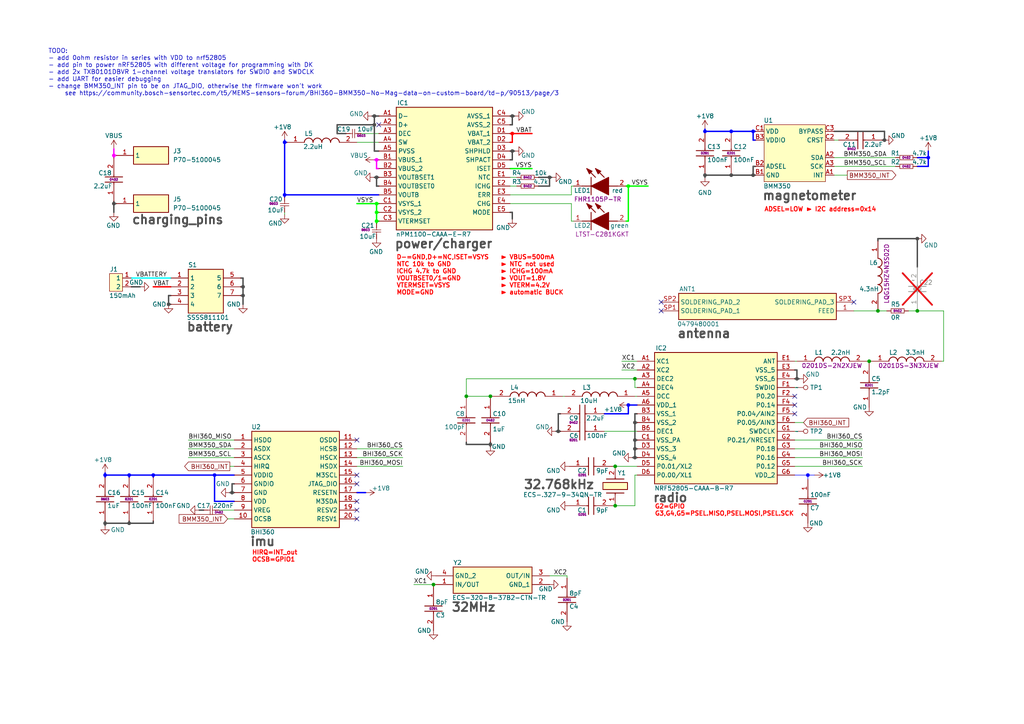
<source format=kicad_sch>
(kicad_sch (version 20230121) (generator eeschema)
  (paper "A4")
  (junction (at 218.44 38.1) (color 0 0 255 1))
  (junction (at 142.24 114.935))
  (junction (at 204.47 50.8) (color 72 72 72 1))
  (junction (at 82.55 56.515) (color 0 0 255 1))
  (junction (at 269.24 45.72) (color 0 0 255 1))
  (junction (at 108.585 36.195) (color 72 72 72 1))
  (junction (at 212.09 50.8) (color 72 72 72 1))
  (junction (at 204.47 38.1) (color 0 0 255 1))
  (junction (at 62.23 137.795) (color 0 0 255 1))
  (junction (at 182.245 53.975) (color 0 255 0 1))
  (junction (at 142.24 128.905) (color 72 72 72 1))
  (junction (at 148.59 33.655) (color 72 72 72 1))
  (junction (at 109.22 51.435) (color 72 72 72 1))
  (junction (at 231.14 109.855) (color 72 72 72 1))
  (junction (at 70.485 85.725) (color 72 72 72 1))
  (junction (at 234.315 137.795) (color 0 0 255 1))
  (junction (at 184.15 130.175) (color 72 72 72 1))
  (junction (at 256.54 40.64) (color 72 72 72 1))
  (junction (at 266.065 69.215) (color 72 72 72 1))
  (junction (at 182.245 117.475) (color 0 0 255 1))
  (junction (at 178.435 135.255))
  (junction (at 48.895 88.265) (color 72 72 72 1))
  (junction (at 37.465 137.795) (color 0 0 255 1))
  (junction (at 30.48 151.765) (color 72 72 72 1))
  (junction (at 33.02 45.085) (color 255 0 255 1))
  (junction (at 218.44 50.8) (color 72 72 72 1))
  (junction (at 33.02 59.055) (color 72 72 72 1))
  (junction (at 37.465 151.765) (color 72 72 72 1))
  (junction (at 254.635 90.17))
  (junction (at 161.925 125.095) (color 72 72 72 1))
  (junction (at 184.15 127.635) (color 72 72 72 1))
  (junction (at 67.31 142.875) (color 72 72 72 1))
  (junction (at 109.22 64.135) (color 0 255 0 1))
  (junction (at 108.585 33.655) (color 72 72 72 1))
  (junction (at 159.385 51.435) (color 72 72 72 1))
  (junction (at 178.435 146.685))
  (junction (at 184.15 132.715) (color 72 72 72 1))
  (junction (at 109.22 61.595) (color 0 255 0 1))
  (junction (at 135.255 114.935))
  (junction (at 44.45 137.795) (color 0 0 255 1))
  (junction (at 148.59 38.735) (color 255 0 0 1))
  (junction (at 266.065 90.17))
  (junction (at 109.22 59.055) (color 0 255 0 1))
  (junction (at 125.73 169.545))
  (junction (at 252.095 104.775))
  (junction (at 82.55 41.275) (color 0 0 255 1))
  (junction (at 184.15 109.855))
  (junction (at 212.09 38.1) (color 0 0 255 1))
  (junction (at 148.59 43.815) (color 72 72 72 1))
  (junction (at 30.48 137.795) (color 0 0 255 1))
  (junction (at 109.22 46.355) (color 255 0 255 1))
  (junction (at 70.485 83.185) (color 72 72 72 1))
  (junction (at 184.15 122.555) (color 72 72 72 1))
  (no_connect (at 247.65 87.63))
  (no_connect (at 230.505 117.475))
  (no_connect (at 103.505 137.795))
  (no_connect (at 230.505 114.935))
  (no_connect (at 103.505 145.415))
  (no_connect (at 191.77 87.63))
  (no_connect (at 103.505 147.955))
  (no_connect (at 103.505 127.635))
  (no_connect (at 191.77 90.17))
  (no_connect (at 109.855 36.195))
  (no_connect (at 103.505 140.335))
  (no_connect (at 230.505 120.015))
  (no_connect (at 103.505 150.495))
  (wire (pts (xy 57.785 147.955) (xy 59.055 147.955)) (stroke (width 0.4) (color 72 72 72 1)))
  (wire (pts (xy 247.65 90.17) (xy 254.635 90.17)))
  (wire (pts (xy 135.255 115.57) (xy 135.255 114.935)))
  (wire (pts (xy 266.065 69.215) (xy 266.065 77.47)) (stroke (width 0.4) (color 72 72 72 1)))
  (wire (pts (xy 142.24 114.935) (xy 142.24 115.57)))
  (wire (pts (xy 108.585 36.195) (xy 108.585 43.815)) (stroke (width 0.4) (color 72 72 72 1)))
  (wire (pts (xy 30.48 137.795) (xy 37.465 137.795)) (stroke (width 0.4) (color 0 0 255 1)))
  (wire (pts (xy 241.935 45.72) (xy 259.715 45.72)))
  (wire (pts (xy 218.44 50.8) (xy 219.075 50.8)) (stroke (width 0.4) (color 72 72 72 1)))
  (wire (pts (xy 161.925 125.095) (xy 162.56 125.095)) (stroke (width 0.4) (color 72 72 72 1)))
  (wire (pts (xy 159.385 51.435) (xy 160.02 51.435)) (stroke (width 0.4) (color 72 72 72 1)))
  (wire (pts (xy 178.435 135.255) (xy 184.785 135.255)))
  (wire (pts (xy 108.585 43.815) (xy 109.855 43.815)) (stroke (width 0.4) (color 72 72 72 1)))
  (wire (pts (xy 183.515 132.715) (xy 184.15 132.715)) (stroke (width 0.4) (color 72 72 72 1)))
  (wire (pts (xy 266.065 45.72) (xy 269.24 45.72)) (stroke (width 0.4) (color 0 0 255 1)))
  (wire (pts (xy 148.59 61.595) (xy 148.59 63.5)) (stroke (width 0.4) (color 72 72 72 1)))
  (wire (pts (xy 30.48 151.13) (xy 30.48 151.765)) (stroke (width 0.4) (color 72 72 72 1)))
  (wire (pts (xy 135.255 109.855) (xy 135.255 114.935)))
  (wire (pts (xy 82.55 41.275) (xy 83.185 41.275)) (stroke (width 0.4) (color 0 0 255 1)))
  (wire (pts (xy 147.955 46.355) (xy 148.59 46.355)) (stroke (width 0.4) (color 72 72 72 1)))
  (wire (pts (xy 109.22 51.435) (xy 109.22 53.975)) (stroke (width 0.4) (color 72 72 72 1)))
  (wire (pts (xy 255.905 40.64) (xy 256.54 40.64)) (stroke (width 0.4) (color 72 72 72 1)))
  (wire (pts (xy 135.255 114.935) (xy 142.24 114.935)))
  (wire (pts (xy 161.925 120.015) (xy 162.56 120.015)) (stroke (width 0.4) (color 72 72 72 1)))
  (wire (pts (xy 212.09 50.8) (xy 218.44 50.8)) (stroke (width 0.4) (color 72 72 72 1)))
  (wire (pts (xy 70.485 85.725) (xy 70.485 88.265)) (stroke (width 0.4) (color 72 72 72 1)))
  (wire (pts (xy 70.485 83.185) (xy 69.85 83.185)) (stroke (width 0.4) (color 72 72 72 1)))
  (wire (pts (xy 241.935 40.64) (xy 243.205 40.64)))
  (wire (pts (xy 66.04 150.495) (xy 67.945 150.495)))
  (wire (pts (xy 230.505 135.255) (xy 250.19 135.255)))
  (wire (pts (xy 38.1 80.645) (xy 49.53 80.645)) (stroke (width 0.4) (color 0 255 255 1)))
  (wire (pts (xy 142.875 114.935) (xy 142.24 114.935)))
  (wire (pts (xy 33.02 59.055) (xy 33.02 61.595)) (stroke (width 0.4) (color 72 72 72 1)))
  (wire (pts (xy 33.02 45.085) (xy 33.02 45.72)) (stroke (width 0.4) (color 255 0 255 1)))
  (wire (pts (xy 148.59 41.275) (xy 147.955 41.275)) (stroke (width 0.4) (color 255 0 0 1)))
  (wire (pts (xy 109.855 64.135) (xy 109.22 64.135)) (stroke (width 0.4) (color 0 255 0 1)))
  (wire (pts (xy 62.23 145.415) (xy 62.23 137.795)) (stroke (width 0.4) (color 0 0 255 1)))
  (wire (pts (xy 218.44 40.64) (xy 218.44 38.1)) (stroke (width 0.4) (color 0 0 255 1)))
  (wire (pts (xy 109.22 48.895) (xy 109.855 48.895)) (stroke (width 0.4) (color 255 0 255 1)))
  (wire (pts (xy 109.22 64.135) (xy 109.22 64.77)) (stroke (width 0.4) (color 0 255 0 1)))
  (wire (pts (xy 230.505 130.175) (xy 250.19 130.175)))
  (wire (pts (xy 230.505 125.095) (xy 231.14 125.095)))
  (wire (pts (xy 44.45 137.795) (xy 62.23 137.795)) (stroke (width 0.4) (color 0 0 255 1)))
  (wire (pts (xy 161.29 125.095) (xy 161.925 125.095)) (stroke (width 0.4) (color 72 72 72 1)))
  (wire (pts (xy 63.5 147.955) (xy 67.945 147.955)))
  (wire (pts (xy 147.955 38.735) (xy 148.59 38.735)) (stroke (width 0.4) (color 255 0 0 1)))
  (wire (pts (xy 70.485 83.185) (xy 70.485 85.725)) (stroke (width 0.4) (color 72 72 72 1)))
  (wire (pts (xy 147.955 59.055) (xy 165.735 59.055)))
  (wire (pts (xy 219.075 40.64) (xy 218.44 40.64)) (stroke (width 0.4) (color 0 0 255 1)))
  (wire (pts (xy 230.505 122.555) (xy 233.045 122.555)))
  (wire (pts (xy 70.485 80.645) (xy 70.485 83.185)) (stroke (width 0.4) (color 72 72 72 1)))
  (wire (pts (xy 165.735 64.135) (xy 166.37 64.135)))
  (wire (pts (xy 180.34 107.315) (xy 184.785 107.315)))
  (wire (pts (xy 182.245 53.975) (xy 187.96 53.975)) (stroke (width 0.4) (color 0 255 0 1)))
  (wire (pts (xy 204.47 37.465) (xy 204.47 38.1)) (stroke (width 0.4) (color 0 0 255 1)))
  (wire (pts (xy 97.79 38.735) (xy 97.79 36.195)) (stroke (width 0.4) (color 72 72 72 1)))
  (wire (pts (xy 184.785 130.175) (xy 184.15 130.175)) (stroke (width 0.4) (color 72 72 72 1)))
  (wire (pts (xy 204.47 50.8) (xy 212.09 50.8)) (stroke (width 0.4) (color 72 72 72 1)))
  (wire (pts (xy 156.21 53.975) (xy 159.385 53.975)) (stroke (width 0.4) (color 72 72 72 1)))
  (wire (pts (xy 147.955 61.595) (xy 148.59 61.595)) (stroke (width 0.4) (color 72 72 72 1)))
  (wire (pts (xy 159.385 53.975) (xy 159.385 51.435)) (stroke (width 0.4) (color 72 72 72 1)))
  (wire (pts (xy 230.505 132.715) (xy 250.19 132.715)))
  (wire (pts (xy 108.585 46.355) (xy 109.22 46.355)) (stroke (width 0.4) (color 255 0 255 1)))
  (wire (pts (xy 37.465 151.765) (xy 44.45 151.765)) (stroke (width 0.4) (color 72 72 72 1)))
  (wire (pts (xy 62.23 145.415) (xy 67.945 145.415)) (stroke (width 0.4) (color 0 0 255 1)))
  (wire (pts (xy 177.8 146.685) (xy 178.435 146.685)))
  (wire (pts (xy 148.59 33.655) (xy 148.59 36.195)) (stroke (width 0.4) (color 72 72 72 1)))
  (wire (pts (xy 147.955 56.515) (xy 165.735 56.515)))
  (wire (pts (xy 241.935 48.26) (xy 259.715 48.26)))
  (wire (pts (xy 66.675 135.255) (xy 67.945 135.255)))
  (wire (pts (xy 147.955 48.895) (xy 154.305 48.895)) (stroke (width 0.4) (color 0 255 0 1)))
  (wire (pts (xy 184.15 130.175) (xy 184.15 132.715)) (stroke (width 0.4) (color 72 72 72 1)))
  (wire (pts (xy 103.505 135.255) (xy 116.84 135.255)))
  (wire (pts (xy 230.505 127.635) (xy 250.19 127.635)))
  (wire (pts (xy 82.55 56.515) (xy 82.55 57.15)) (stroke (width 0.4) (color 0 0 255 1)))
  (wire (pts (xy 125.73 169.545) (xy 126.365 169.545)))
  (wire (pts (xy 135.255 128.27) (xy 135.255 128.905)) (stroke (width 0.4) (color 72 72 72 1)))
  (wire (pts (xy 230.505 104.775) (xy 231.14 104.775)))
  (wire (pts (xy 44.45 137.795) (xy 44.45 138.43)) (stroke (width 0.4) (color 0 0 255 1)))
  (wire (pts (xy 204.47 50.8) (xy 204.47 51.435)) (stroke (width 0.4) (color 72 72 72 1)))
  (wire (pts (xy 256.54 40.64) (xy 256.54 38.1)) (stroke (width 0.4) (color 72 72 72 1)))
  (wire (pts (xy 147.955 43.815) (xy 148.59 43.815)) (stroke (width 0.4) (color 72 72 72 1)))
  (wire (pts (xy 230.505 112.395) (xy 231.14 112.395)))
  (wire (pts (xy 135.255 109.855) (xy 184.15 109.855)))
  (wire (pts (xy 184.15 112.395) (xy 184.785 112.395)))
  (wire (pts (xy 161.925 120.015) (xy 161.925 125.095)) (stroke (width 0.4) (color 72 72 72 1)))
  (wire (pts (xy 241.935 50.8) (xy 245.745 50.8)))
  (wire (pts (xy 82.55 56.515) (xy 109.855 56.515)) (stroke (width 0.4) (color 0 0 255 1)))
  (wire (pts (xy 66.675 142.875) (xy 67.31 142.875)) (stroke (width 0.4) (color 72 72 72 1)))
  (wire (pts (xy 147.955 53.975) (xy 149.86 53.975)))
  (wire (pts (xy 184.15 122.555) (xy 184.15 127.635)) (stroke (width 0.4) (color 72 72 72 1)))
  (wire (pts (xy 254.635 90.17) (xy 257.175 90.17)))
  (wire (pts (xy 147.955 36.195) (xy 148.59 36.195)) (stroke (width 0.4) (color 72 72 72 1)))
  (wire (pts (xy 184.15 132.715) (xy 184.785 132.715)) (stroke (width 0.4) (color 72 72 72 1)))
  (wire (pts (xy 54.61 132.715) (xy 67.945 132.715)))
  (wire (pts (xy 103.505 142.875) (xy 106.045 142.875)) (stroke (width 0.4) (color 0 0 255 1)))
  (wire (pts (xy 184.15 127.635) (xy 184.785 127.635)) (stroke (width 0.4) (color 72 72 72 1)))
  (wire (pts (xy 33.02 45.085) (xy 33.655 45.085)) (stroke (width 0.4) (color 255 0 255 1)))
  (wire (pts (xy 148.59 38.735) (xy 148.59 41.275)) (stroke (width 0.4) (color 255 0 0 1)))
  (wire (pts (xy 178.435 135.89) (xy 178.435 135.255)))
  (wire (pts (xy 182.245 53.975) (xy 181.61 53.975)) (stroke (width 0.4) (color 0 255 0 1)))
  (wire (pts (xy 97.79 38.735) (xy 100.33 38.735)) (stroke (width 0.4) (color 72 72 72 1)))
  (wire (pts (xy 165.735 59.055) (xy 165.735 64.135)))
  (wire (pts (xy 109.855 46.355) (xy 109.22 46.355)) (stroke (width 0.4) (color 255 0 255 1)))
  (wire (pts (xy 182.245 117.475) (xy 184.785 117.475)) (stroke (width 0.4) (color 0 0 255 1)))
  (wire (pts (xy 125.73 170.18) (xy 125.73 169.545)))
  (wire (pts (xy 254.635 69.215) (xy 266.065 69.215)) (stroke (width 0.4) (color 72 72 72 1)))
  (wire (pts (xy 108.585 33.655) (xy 108.585 36.195)) (stroke (width 0.4) (color 72 72 72 1)))
  (wire (pts (xy 175.26 120.015) (xy 182.245 120.015)) (stroke (width 0.4) (color 0 0 255 1)))
  (wire (pts (xy 184.15 137.795) (xy 184.15 146.685)))
  (wire (pts (xy 184.15 146.685) (xy 178.435 146.685)))
  (wire (pts (xy 251.46 104.775) (xy 252.095 104.775)))
  (wire (pts (xy 109.22 61.595) (xy 109.855 61.595)) (stroke (width 0.4) (color 0 255 0 1)))
  (wire (pts (xy 142.24 128.905) (xy 142.24 128.27)) (stroke (width 0.4) (color 72 72 72 1)))
  (wire (pts (xy 184.785 137.795) (xy 184.15 137.795)))
  (wire (pts (xy 181.61 64.135) (xy 182.245 64.135)) (stroke (width 0.4) (color 0 255 0 1)))
  (wire (pts (xy 184.15 109.855) (xy 184.15 112.395)))
  (wire (pts (xy 266.065 90.17) (xy 273.685 90.17)))
  (wire (pts (xy 67.945 140.335) (xy 67.31 140.335)) (stroke (width 0.4) (color 72 72 72 1)))
  (wire (pts (xy 33.02 59.055) (xy 33.655 59.055)) (stroke (width 0.4) (color 72 72 72 1)))
  (wire (pts (xy 273.05 104.775) (xy 273.685 104.775)))
  (wire (pts (xy 263.525 90.17) (xy 266.065 90.17)))
  (wire (pts (xy 269.24 45.72) (xy 269.24 48.26)) (stroke (width 0.4) (color 0 0 255 1)))
  (wire (pts (xy 165.735 53.975) (xy 166.37 53.975)))
  (wire (pts (xy 104.775 38.735) (xy 109.855 38.735)))
  (wire (pts (xy 254.635 69.85) (xy 254.635 69.215)) (stroke (width 0.4) (color 72 72 72 1)))
  (wire (pts (xy 182.245 120.015) (xy 182.245 117.475)) (stroke (width 0.4) (color 0 0 255 1)))
  (wire (pts (xy 241.935 38.1) (xy 256.54 38.1)) (stroke (width 0.4) (color 72 72 72 1)))
  (wire (pts (xy 184.785 120.015) (xy 184.15 120.015)) (stroke (width 0.4) (color 72 72 72 1)))
  (wire (pts (xy 30.48 137.795) (xy 30.48 138.43)) (stroke (width 0.4) (color 0 0 255 1)))
  (wire (pts (xy 38.1 83.185) (xy 40.64 83.185)) (stroke (width 0.4) (color 72 72 72 1)))
  (wire (pts (xy 273.685 104.775) (xy 273.685 90.17)))
  (wire (pts (xy 266.065 48.26) (xy 269.24 48.26)) (stroke (width 0.4) (color 0 0 255 1)))
  (wire (pts (xy 67.945 127.635) (xy 54.61 127.635)))
  (wire (pts (xy 230.505 107.315) (xy 231.14 107.315)) (stroke (width 0.4) (color 72 72 72 1)))
  (wire (pts (xy 44.45 83.185) (xy 49.53 83.185)) (stroke (width 0.4) (color 255 0 0 1)))
  (wire (pts (xy 82.55 61.595) (xy 82.55 62.23)))
  (wire (pts (xy 234.315 137.795) (xy 234.315 139.065)) (stroke (width 0) (color 0 0 255 1)))
  (wire (pts (xy 163.83 114.935) (xy 163.195 114.935)))
  (wire (pts (xy 184.785 109.855) (xy 184.15 109.855)))
  (wire (pts (xy 33.02 58.42) (xy 33.02 59.055)) (stroke (width 0.4) (color 72 72 72 1)))
  (wire (pts (xy 269.24 43.815) (xy 269.24 45.72)) (stroke (width 0.4) (color 0 0 255 1)))
  (wire (pts (xy 230.505 137.795) (xy 234.315 137.795)) (stroke (width 0) (color 0 0 255 1)))
  (wire (pts (xy 62.23 137.795) (xy 67.945 137.795)) (stroke (width 0.4) (color 0 0 255 1)))
  (wire (pts (xy 107.95 33.655) (xy 108.585 33.655)) (stroke (width 0.4) (color 72 72 72 1)))
  (wire (pts (xy 135.255 128.905) (xy 142.24 128.905)) (stroke (width 0.4) (color 72 72 72 1)))
  (wire (pts (xy 218.44 38.1) (xy 219.075 38.1)) (stroke (width 0.4) (color 0 0 255 1)))
  (wire (pts (xy 109.22 46.355) (xy 109.22 48.895)) (stroke (width 0.4) (color 255 0 255 1)))
  (wire (pts (xy 234.315 137.795) (xy 236.22 137.795)) (stroke (width 0) (color 0 0 255 1)))
  (wire (pts (xy 165.735 56.515) (xy 165.735 53.975)))
  (wire (pts (xy 30.48 137.16) (xy 30.48 137.795)) (stroke (width 0.4) (color 0 0 255 1)))
  (wire (pts (xy 103.505 41.275) (xy 109.855 41.275)))
  (wire (pts (xy 184.15 114.935) (xy 184.785 114.935)))
  (wire (pts (xy 49.53 85.725) (xy 48.895 85.725)) (stroke (width 0.4) (color 72 72 72 1)))
  (wire (pts (xy 184.15 122.555) (xy 184.785 122.555)) (stroke (width 0.4) (color 72 72 72 1)))
  (wire (pts (xy 103.505 132.715) (xy 116.84 132.715)))
  (wire (pts (xy 70.485 85.725) (xy 69.85 85.725)) (stroke (width 0.4) (color 72 72 72 1)))
  (wire (pts (xy 103.505 59.055) (xy 109.22 59.055)) (stroke (width 0.4) (color 0 255 0 1)))
  (wire (pts (xy 252.095 104.775) (xy 252.73 104.775)))
  (wire (pts (xy 231.14 109.855) (xy 230.505 109.855)) (stroke (width 0.4) (color 72 72 72 1)))
  (wire (pts (xy 212.09 38.1) (xy 218.44 38.1)) (stroke (width 0.4) (color 0 0 255 1)))
  (wire (pts (xy 148.59 43.815) (xy 148.59 46.355)) (stroke (width 0.4) (color 72 72 72 1)))
  (wire (pts (xy 175.26 125.095) (xy 184.785 125.095)))
  (wire (pts (xy 219.075 48.26) (xy 218.44 48.26)) (stroke (width 0.4) (color 72 72 72 1)))
  (wire (pts (xy 44.45 151.765) (xy 44.45 151.13)) (stroke (width 0.4) (color 72 72 72 1)))
  (wire (pts (xy 109.22 53.975) (xy 109.855 53.975)) (stroke (width 0.4) (color 72 72 72 1)))
  (wire (pts (xy 184.15 127.635) (xy 184.15 130.175)) (stroke (width 0.4) (color 72 72 72 1)))
  (wire (pts (xy 180.34 104.775) (xy 184.785 104.775)))
  (wire (pts (xy 148.59 38.735) (xy 154.305 38.735)) (stroke (width 0.4) (color 255 0 0 1)))
  (wire (pts (xy 109.22 59.055) (xy 109.22 61.595)) (stroke (width 0.4) (color 0 255 0 1)))
  (wire (pts (xy 49.53 88.265) (xy 48.895 88.265)) (stroke (width 0.4) (color 72 72 72 1)))
  (wire (pts (xy 148.59 33.655) (xy 149.225 33.655)) (stroke (width 0.4) (color 72 72 72 1)))
  (wire (pts (xy 231.14 107.315) (xy 231.14 109.855)) (stroke (width 0.4) (color 72 72 72 1)))
  (wire (pts (xy 147.955 33.655) (xy 148.59 33.655)) (stroke (width 0.4) (color 72 72 72 1)))
  (wire (pts (xy 252.095 104.775) (xy 252.095 105.41)))
  (wire (pts (xy 109.855 51.435) (xy 109.22 51.435)) (stroke (width 0.4) (color 72 72 72 1)))
  (wire (pts (xy 159.385 167.005) (xy 164.465 167.005)))
  (wire (pts (xy 147.955 51.435) (xy 149.86 51.435)))
  (wire (pts (xy 97.79 36.195) (xy 108.585 36.195)) (stroke (width 0.4) (color 72 72 72 1)))
  (wire (pts (xy 103.505 130.175) (xy 116.84 130.175)))
  (wire (pts (xy 37.465 137.795) (xy 37.465 138.43)) (stroke (width 0.4) (color 0 0 255 1)))
  (wire (pts (xy 37.465 151.765) (xy 37.465 151.13)) (stroke (width 0.4) (color 72 72 72 1)))
  (wire (pts (xy 231.14 109.855) (xy 231.775 109.855)) (stroke (width 0.4) (color 72 72 72 1)))
  (wire (pts (xy 33.02 43.18) (xy 33.02 45.085)) (stroke (width 0.4) (color 255 0 255 1)))
  (wire (pts (xy 164.465 167.005) (xy 164.465 167.64)))
  (wire (pts (xy 178.435 135.255) (xy 177.8 135.255)))
  (wire (pts (xy 156.21 51.435) (xy 159.385 51.435)) (stroke (width 0.4) (color 72 72 72 1)))
  (wire (pts (xy 30.48 151.765) (xy 30.48 152.4)) (stroke (width 0.4) (color 72 72 72 1)))
  (wire (pts (xy 178.435 146.05) (xy 178.435 146.685)))
  (wire (pts (xy 82.55 56.515) (xy 82.55 41.275)) (stroke (width 0.4) (color 0 0 255 1)))
  (wire (pts (xy 48.895 85.725) (xy 48.895 88.265)) (stroke (width 0.4) (color 72 72 72 1)))
  (wire (pts (xy 37.465 137.795) (xy 44.45 137.795)) (stroke (width 0.4) (color 0 0 255 1)))
  (wire (pts (xy 54.61 130.175) (xy 67.945 130.175)))
  (wire (pts (xy 184.15 120.015) (xy 184.15 122.555)) (stroke (width 0.4) (color 72 72 72 1)))
  (wire (pts (xy 30.48 151.765) (xy 37.465 151.765)) (stroke (width 0.4) (color 72 72 72 1)))
  (wire (pts (xy 204.47 38.1) (xy 212.09 38.1)) (stroke (width 0.4) (color 0 0 255 1)))
  (wire (pts (xy 67.31 140.335) (xy 67.31 142.875)) (stroke (width 0.4) (color 72 72 72 1)))
  (wire (pts (xy 109.22 64.135) (xy 109.22 61.595)) (stroke (width 0.4) (color 0 255 0 1)))
  (wire (pts (xy 108.585 51.435) (xy 109.22 51.435)) (stroke (width 0.4) (color 72 72 72 1)))
  (wire (pts (xy 218.44 48.26) (xy 218.44 50.8)) (stroke (width 0.4) (color 72 72 72 1)))
  (wire (pts (xy 67.31 142.875) (xy 67.945 142.875)) (stroke (width 0.4) (color 72 72 72 1)))
  (wire (pts (xy 108.585 33.655) (xy 109.855 33.655)) (stroke (width 0.4) (color 72 72 72 1)))
  (wire (pts (xy 142.24 129.54) (xy 142.24 128.905)) (stroke (width 0.4) (color 72 72 72 1)))
  (wire (pts (xy 148.59 43.815) (xy 149.225 43.815)) (stroke (width 0.4) (color 72 72 72 1)))
  (wire (pts (xy 69.85 80.645) (xy 70.485 80.645)) (stroke (width 0.4) (color 72 72 72 1)))
  (wire (pts (xy 82.55 40.64) (xy 82.55 41.275)) (stroke (width 0.4) (color 0 0 255 1)))
  (wire (pts (xy 182.245 64.135) (xy 182.245 53.975)) (stroke (width 0.4) (color 0 255 0 1)))
  (wire (pts (xy 120.015 169.545) (xy 125.73 169.545)))
  (wire (pts (xy 109.22 59.055) (xy 109.855 59.055)) (stroke (width 0.4) (color 0 255 0 1)))
  (text "D-=GND,D+=NC,ISET=VSYS	► VBUS=500mA\nNTC 10k to GND			► NTC not used\nICHG 4.7k to GND		► ICHG=100mA\nVOUTBSET0/1=GND      	► VOUT=1.8V\nVTERMSET=VSYS			► VTERM=4.2V\nMODE=GND				► automatic BUCK" (at 114.935 85.725 0) (effects (font (size 1.27 1.27) (thickness 0.254) bold) (justify left bottom)))
  (text "32.768kHz\n" (at 151.765 142.24 0) (effects (font (size 2.54 2.54) bold) (justify left bottom)))
  (text "TODO:\n- add 0ohm resistor in series with VDD to nrf52805\n- add pin to power nRF52805 with different voltage for programming with DK\n- add 2x TXB0101DBVR 1-channel voltage translators for SWDIO and SWDCLK\n- add UART for easier debugging\n- change BMM350_INT pin to be on JTAG_DIO, otherwise the firmware won't work\n	see https://community.bosch-sensortec.com/t5/MEMS-sensors-forum/BHI360-BMM350-No-Mag-data-on-custom-board/td-p/90513/page/3" (at 13.97 27.94 0) (effects (font (size 1.27 1.27)) (justify left bottom)))
  (text "HIRQ=INT_out\nOCSB=GPIO1" (at 73.025 163.195 0) (effects (font (size 1.27 1.27) (thickness 0.254) bold) (justify left bottom)))
  (text "G2=GPIO\nG3,G4,G5=PSEL.MISO,PSEL.MOSI,PSEL.SCK" (at 189.865 149.86 0) (effects (font (size 1.27 1.27) (thickness 0.254) bold) (justify left bottom)))
  (text "radio" (at 189.23 146.05 0) (effects (font (size 2.54 2.54) bold) (justify left bottom)))
  (text "power/charger" (at 114.3 72.39 0) (effects (font (size 2.54 2.54) bold) (justify left bottom)))
  (text "ADSEL=LOW ► I2C address=0x14" (at 221.615 61.595 0) (effects (font (size 1.27 1.27) (thickness 0.254) bold) (justify left bottom)))
  (text "magnetometer" (at 220.98 58.42 0) (effects (font (size 2.54 2.54) (thickness 0.508) bold) (justify left bottom)))
  (text "battery" (at 53.975 96.52 0) (effects (font (size 2.54 2.54) bold) (justify left bottom)))
  (text "antenna" (at 212.09 98.425 0) (effects (font (size 2.54 2.54) bold) (justify right bottom)))
  (text "charging_pins" (at 38.1 65.405 0) (effects (font (size 2.54 2.54) bold) (justify left bottom)))
  (text "imu" (at 72.39 158.75 0) (effects (font (size 2.54 2.54) bold) (justify left bottom)))
  (text "32MHz" (at 130.81 177.8 0) (effects (font (size 2.54 2.54) bold) (justify left bottom)))
  (label "BHI360_CS" (at 116.84 130.175 180))
  (label "VBATTERY" (at 39.37 80.645 0))
  (label "VSYS" (at 154.305 48.895 180))
  (label "VBAT" (at 154.305 38.735 180))
  (label "BHI360_CS" (at 250.19 127.635 180))
  (label "VSYS" (at 103.505 59.055 0))
  (label "VSYS" (at 187.96 53.975 180))
  (label "BHI360_SCK" (at 116.84 132.715 180))
  (label "BHI360_MISO" (at 250.19 130.175 180))
  (label "BMM350_SCL" (at 257.175 48.26 180))
  (label "XC2" (at 180.34 107.315 0))
  (label "XC2" (at 164.465 167.005 180))
  (label "XC1" (at 180.34 104.775 0))
  (label "BHI360_MISO" (at 54.61 127.635 0))
  (label "BHI360_MOSI" (at 250.19 132.715 180))
  (label "BHI360_MOSI" (at 116.84 135.255 180))
  (label "BMM350_SCL" (at 54.61 132.715 0))
  (label "VBAT" (at 44.45 83.185 0))
  (label "XC1" (at 120.015 169.545 0))
  (label "BMM350_SDA" (at 257.175 45.72 180))
  (label "BMM350_SDA" (at 54.61 130.175 0))
  (label "BHI360_SCK" (at 250.19 135.255 180))
  (global_label "BHI360_INT" (shape output) (at 66.675 135.255 180) (property "Intersheetrefs" "${INTERSHEET_REFS}" (effects hide)))
  (global_label "BHI360_INT" (shape input) (at 233.045 122.555 0) (property "Intersheetrefs" "${INTERSHEET_REFS}" (effects hide)))
  (global_label "BMM350_INT" (shape output) (at 245.745 50.8 0) (property "Intersheetrefs" "${INTERSHEET_REFS}" (effects hide)))
  (global_label "BMM350_INT" (shape input) (at 66.04 150.495 180) (property "Intersheetrefs" "${INTERSHEET_REFS}" (effects hide)))
  (symbol (lib_id "power:GND") (at 183.515 132.715 270) (unit 1)
    (property "Reference" "#PWR025" (effects hide))
    (property "Value" "GND" (at 181.61 131.445 90) (effects (justify right)))
  )
  (symbol (lib_id "the_backrooms:GRM033R61E104KE14J") (at 175.26 125.095 0) (mirror y) (unit 1)
    (property "Reference" "C6" (at 165.1 126.365 0) (effects (justify right)))
    (property "Value" "100nF" (at 170.18 126.365 0) (effects (justify right)))
    (property "Footprint" "the_backrooms:CAPC0603X33N" (effects hide))
    (property "Datasheet" "http://www.murata.com/~/media/webrenewal/support/library/catalog/products/capacitor/mlcc/c02e.pdf" (effects hide))
    (property "Height" "0.33" (effects hide))
    (property "Manufacturer_Name" "Murata Electronics" (effects hide))
    (property "Manufacturer_Part_Number" "GRM033R61E104KE14J" (effects hide))
    (property "Mouser Part Number" "81-GRM033R61E104KE4J" (effects hide))
    (property "Mouser Price/Stock" "https://www.mouser.co.uk/ProductDetail/Murata-Electronics/GRM033R61E104KE14J?qs=hNud%2FORuBR2oQhcvd00LsA%3D%3D" (effects hide))
    (property "Arrow Part Number" "GRM033R61E104KE14J" (effects hide))
    (property "Arrow Price/Stock" "https://www.arrow.com/en/products/grm033r61e104ke14j/murata-manufacturing?region=nac" (effects hide))
    (property "Mfr. No." "GRM033R61E104KE14J" (effects hide))
    (property "Package/Case" "0201" (at 166.37 127.635 0) (effects (font (size 0.635 0.635))))
    (property "Description" "Multilayer Ceramic Capacitors MLCC - SMD/SMT 0.1 uF 25 VDC 10% 0201 X5R" (effects hide))
  )
  (symbol (lib_id "power:GND") (at 164.465 180.34 0) (unit 1)
    (property "Reference" "#PWR029" (effects hide))
    (property "Value" "GND" (at 163.83 180.34 0) (effects (justify right)))
  )
  (symbol (lib_id "power:GND") (at 160.02 51.435 90) (unit 1)
    (property "Reference" "#PWR08" (effects hide))
    (property "Value" "GND" (at 161.925 52.705 90) (effects (justify right)))
  )
  (symbol (lib_id "the_backrooms:0201DS-2N2XJEW") (at 231.14 104.775 0) (unit 1)
    (property "Reference" "L1" (at 237.49 102.235 0))
    (property "Value" "2.2nH" (at 243.84 102.235 0))
    (property "Footprint" "INDC0605X45N" (effects hide))
    (property "Datasheet" "https://componentsearchengine.com/Datasheets/1/0201DS-2N2XJEW.pdf" (effects hide))
    (property "Height" "0.45" (effects hide))
    (property "Manufacturer_Name" "COILCRAFT" (effects hide))
    (property "Manufacturer_Part_Number" "0201DS-2N2XJEW" (effects hide))
    (property "Mouser Part Number" "994-0201DS-2N2XJEW" (effects hide))
    (property "Mouser Price/Stock" "https://www.mouser.com/Search/Refine.aspx?Keyword=994-0201DS-2N2XJEW" (effects hide))
    (property "Mfr. No." "0201DS-2N2XJEW" (at 241.3 106.045 0))
  )
  (symbol (lib_id "the_backrooms:res_0402") (at 149.86 53.975 0) (unit 1)
    (property "Reference" "R3" (at 149.86 52.705 0))
    (property "Value" "4.7k" (at 156.845 52.705 0))
    (property "Footprint" "the_backrooms:0402_res" (effects hide))
    (property "Datasheet" "https://www.mouser.de/datasheet/2/54/cr-1858361.pdf" (effects hide))
    (property "Package/Case" "0402" (at 153.035 53.975 0) (effects (font (size 0.635 0.635))))
    (property "Mfr. No." "CR0402-FX-4701GLF" (effects hide))
    (property "Description" "Thick Film Resistors - SMD 4.7K OHM 1%" (effects hide))
  )
  (symbol (lib_id "power:GND") (at 161.29 125.095 270) (unit 1)
    (property "Reference" "#PWR034" (effects hide))
    (property "Value" "GND" (at 159.385 123.825 90) (effects (justify right)))
  )
  (symbol (lib_id "the_backrooms:BHI360") (at 67.945 127.635 0) (unit 1)
    (property "Reference" "U2" (at 74.295 123.825 0))
    (property "Value" "BHI360" (at 76.2 154.305 0))
    (property "Footprint" "BHI360" (effects hide))
    (property "Datasheet" "https://www.bosch-sensortec.com/media/boschsensortec/downloads/datasheets/bst-bhi360-ds000.pdf" (effects hide))
    (property "Height" "1" (effects hide))
    (property "Manufacturer_Name" "BOSCH" (effects hide))
    (property "Manufacturer_Part_Number" "BHI360" (effects hide))
    (property "Mouser Part Number" "262-BHI360" (effects hide))
    (property "Mouser Price/Stock" "https://www.mouser.co.uk/ProductDetail/Bosch-Sensortec/BHI360?qs=ulEaXIWI0c93cz3Dqv%252BGgg%3D%3D" (effects hide))
    (property "Arrow Part Number" "BHI360" (effects hide))
    (property "Arrow Price/Stock" "https://www.arrow.com/en/products/bhi360/bosch?region=nac" (effects hide))
    (property "Mfr. No." "BHI360" (effects hide))
  )
  (symbol (lib_id "power:GND") (at 204.47 51.435 0) (unit 1)
    (property "Reference" "#PWR04" (effects hide))
    (property "Value" "GND" (at 204.47 55.88 0))
  )
  (symbol (lib_id "the_backrooms:res_0402") (at 259.715 45.72 0) (unit 1)
    (property "Reference" "R1" (at 259.715 44.45 0))
    (property "Value" "4.7k" (at 266.7 44.45 0))
    (property "Footprint" "the_backrooms:0402_res" (effects hide))
    (property "Datasheet" "https://www.mouser.de/datasheet/2/54/cr-1858361.pdf" (effects hide))
    (property "Package/Case" "0402" (at 262.89 45.72 0) (effects (font (size 0.635 0.635))))
    (property "Mfr. No." "CR0402-FX-4701GLF" (effects hide))
    (property "Description" "Thick Film Resistors - SMD 4.7K OHM 1%" (effects hide))
  )
  (symbol (lib_id "power:GND") (at 142.24 129.54 0) (unit 1)
    (property "Reference" "#PWR033" (effects hide))
    (property "Value" "GND" (at 146.685 129.54 0) (effects (justify right)))
  )
  (symbol (lib_id "the_backrooms:P70-5100045") (at 33.655 45.085 0) (unit 1)
    (property "Reference" "J3" (at 50.165 43.815 0) (effects (justify left)))
    (property "Value" "P70-5100045" (at 50.165 46.355 0) (effects (justify left)))
    (property "Footprint" "P705100045" (effects hide))
    (property "Datasheet" "https://cdn.harwin.com/pdfs/P70-510.pdf" (effects hide))
    (property "Height" "4.95" (effects hide))
    (property "Manufacturer_Name" "Harwin" (effects hide))
    (property "Manufacturer_Part_Number" "P70-5100045" (effects hide))
    (property "Mouser Part Number" "855-P70-5100045" (effects hide))
    (property "Mouser Price/Stock" "https://www.mouser.co.uk/ProductDetail/Harwin/P70-5100045?qs=k41KVqW3ymrfQb9rO%252BYBmQ%3D%3D" (effects hide))
    (property "Mfr. No." "P70-5100045" (effects hide))
  )
  (symbol (lib_id "the_backrooms:GRM033R61E104KE14J") (at 44.45 151.13 90) (unit 1)
    (property "Reference" "C14" (at 45.085 142.875 90) (effects (justify right)))
    (property "Value" "100nF" (at 45.085 146.685 90) (effects (justify right)))
    (property "Footprint" "the_backrooms:CAPC0603X33N" (effects hide))
    (property "Datasheet" "http://www.murata.com/~/media/webrenewal/support/library/catalog/products/capacitor/mlcc/c02e.pdf" (effects hide))
    (property "Height" "0.33" (effects hide))
    (property "Manufacturer_Name" "Murata Electronics" (effects hide))
    (property "Manufacturer_Part_Number" "GRM033R61E104KE14J" (effects hide))
    (property "Mouser Part Number" "81-GRM033R61E104KE4J" (effects hide))
    (property "Mouser Price/Stock" "https://www.mouser.co.uk/ProductDetail/Murata-Electronics/GRM033R61E104KE14J?qs=hNud%2FORuBR2oQhcvd00LsA%3D%3D" (effects hide))
    (property "Arrow Part Number" "GRM033R61E104KE14J" (effects hide))
    (property "Arrow Price/Stock" "https://www.arrow.com/en/products/grm033r61e104ke14j/murata-manufacturing?region=nac" (effects hide))
    (property "Mfr. No." "GRM033R61E104KE14J" (effects hide))
    (property "Package/Case" "0201" (at 44.45 144.78 90) (effects (font (size 0.635 0.635))))
    (property "Description" "Multilayer Ceramic Capacitors MLCC - SMD/SMT 0.1 uF 25 VDC 10% 0201 X5R" (effects hide))
  )
  (symbol (lib_id "the_backrooms:NLV25T-100J-EF") (at 184.15 114.935 0) (mirror y) (unit 1)
    (property "Reference" "L3" (at 170.18 112.395 0))
    (property "Value" "10uH" (at 170.815 116.205 0))
    (property "Footprint" "the_backrooms:INDM2520X190N" (effects hide))
    (property "Datasheet" "https://product.tdk.com/system/files/dam/doc/product/inductor/inductor/smd/catalog/inductor_commercial_standard_nlv25-ef_en.pdf" (effects hide))
    (property "Height" "1.9" (effects hide))
    (property "Manufacturer_Name" "TDK" (effects hide))
    (property "Manufacturer_Part_Number" "NLV25T-100J-EF" (effects hide))
    (property "Mouser Part Number" "810-NLV25T-100J-EF" (effects hide))
    (property "Mouser Price/Stock" "https://www.mouser.co.uk/ProductDetail/TDK/NLV25T-100J-EF?qs=u4%252BEJ9urDAQApijqgk1nNw%3D%3D" (effects hide))
    (property "Arrow Part Number" "NLV25T-100J-EF" (effects hide))
    (property "Arrow Price/Stock" "https://www.arrow.com/en/products/nlv25t-100j-ef/tdk?region=nac" (effects hide))
    (property "Mfr. No." "NLV25T-100J-EF" (effects hide))
  )
  (symbol (lib_id "the_backrooms:res_0402") (at 257.175 90.17 0) (unit 1)
    (property "Reference" "R5" (at 259.715 88.265 0))
    (property "Value" "0R" (at 259.715 92.075 0))
    (property "Footprint" "the_backrooms:0402_res" (effects hide))
    (property "Package/Case" "0402" (at 260.35 90.17 0) (effects (font (size 0.635 0.635))))
    (property "Mfr. No." "CRCW04020000Z0EDC" (effects hide))
  )
  (symbol (lib_id "the_backrooms:cap_0402") (at 63.5 147.955 180) (unit 1)
    (property "Reference" "C17" (at 59.055 146.685 0))
    (property "Value" "220nF" (at 64.77 146.685 0))
    (property "Footprint" "the_backrooms:0402_cap" (effects hide))
    (property "Datasheet" "https://www.mouser.de/datasheet/2/281/1/GRM155R61H224KE01_01A-3044214.pdf" (effects hide))
    (property "Package/Case" "0402" (at 63.5 148.59 0) (effects (font (size 0.635 0.635))))
    (property "Mfr. No." "GRM155R61H224KE01W" (effects hide))
    (property "Description" "Multilayer Ceramic Capacitors MLCC - SMD/SMT 0.22 uF 50 VDC 10% 0402 X5R" (effects hide))
  )
  (symbol (lib_id "the_backrooms:cap_0603") (at 109.22 69.215 90) (unit 1)
    (property "Reference" "C21" (at 106.68 65.405 90))
    (property "Value" "10uF" (at 106.68 68.58 90))
    (property "Footprint" "the_backrooms:0603_cap" (effects hide))
    (property "Datasheet" "https://www.mouser.de/datasheet/2/281/1/GRM188R60J106KE47_01A-1985702.pdf" (effects hide))
    (property "Package/Case" "0603" (at 106.045 66.675 90) (effects (font (size 0.635 0.635))))
    (property "Mfr. No." "GRM188R60J106KE47D" (effects hide))
    (property "Description" "Multilayer Ceramic Capacitors MLCC - SMD/SMT 10 uF 6.3 VDC 10% 0603 X5R" (effects hide))
  )
  (symbol (lib_id "the_backrooms:nPM1100-CAAA-E-R7") (at 109.855 33.655 0) (unit 1)
    (property "Reference" "IC1" (at 116.84 29.845 0))
    (property "Value" "nPM1100-CAAA-E-R7" (at 125.73 67.945 0))
    (property "Footprint" "BGA25C40P5X5_208X208X52" (effects hide))
    (property "Datasheet" "https://eu.mouser.com/datasheet/2/297/nPM1100_PS_v1_1-3074770.pdf" (effects hide))
    (property "Height" "0.522" (effects hide))
    (property "Manufacturer_Name" "Nordic Semiconductor" (effects hide))
    (property "Manufacturer_Part_Number" "nPM1100-CAAA-E-R7" (effects hide))
    (property "Mouser Part Number" "949-NPM1100-CAAA-R7" (effects hide))
    (property "Mouser Price/Stock" "https://www.mouser.co.uk/ProductDetail/Nordic-Semiconductor/nPM1100-CAAA-E-R7?qs=vvQtp7zwQdOU6PwQjneJOA%3D%3D" (effects hide))
    (property "Arrow Part Number" "NPM1100-CAAA-E-R7" (effects hide))
    (property "Arrow Price/Stock" "https://www.arrow.com/en/products/npm1100-caaa-e-r7/nordic-semiconductor?region=nac" (effects hide))
    (property "Mfr. No." "nPM1100-CAAA-E-R7" (effects hide))
  )
  (symbol (lib_id "the_backrooms:ECS-320-8-37B2-CTN-TR") (at 126.365 167.005 0) (unit 1)
    (property "Reference" "Y2" (at 132.715 163.195 0))
    (property "Value" "ECS-320-8-37B2-CTN-TR" (at 144.78 173.355 0))
    (property "Footprint" "the_backrooms:ECS320837B2CTNTR" (effects hide))
    (property "Datasheet" "https://ecsxtal.com/store/pdf/ECX-1637B2.pdf" (effects hide))
    (property "Height" "0.5" (effects hide))
    (property "Manufacturer_Name" "ECS" (effects hide))
    (property "Manufacturer_Part_Number" "ECS-320-8-37B2-CTN-TR" (effects hide))
    (property "Mouser Part Number" "520-320-8-37B2-CTNTR" (effects hide))
    (property "Mouser Price/Stock" "https://www.mouser.co.uk/ProductDetail/ECS/ECS-320-8-37B2-CTN-TR?qs=aP1CjGhiNiHdeKDzQVYpfg%3D%3D" (effects hide))
    (property "Mfr. No." "ECS-320-8-37B2-CTN-TR" (effects hide))
  )
  (symbol (lib_id "the_backrooms:GRM0335C1H9R0WA01D") (at 165.1 135.255 0) (unit 1)
    (property "Reference" "C2" (at 170.18 136.525 0) (effects (justify right)))
    (property "Value" "9pF" (at 176.53 136.525 0) (effects (justify right)))
    (property "Footprint" "the_backrooms:CAPC0603X33N" (effects hide))
    (property "Mfr. No." "GRM0335C1H9R0WA01D" (effects hide))
    (property "Package/Case" "0201" (at 170.18 137.795 0) (effects (font (size 0.635 0.635)) (justify right)))
    (property "Description" "Multilayer Ceramic Capacitors MLCC - SMD/SMT 9 pF 50 VDC 0.05 pF 0201 C0G (NP0)" (effects hide))
  )
  (symbol (lib_id "the_backrooms:LQW15AN15NH00D") (at 163.195 114.935 0) (mirror y) (unit 1)
    (property "Reference" "L4" (at 149.225 112.395 0))
    (property "Value" "15nH" (at 149.86 116.205 0))
    (property "Footprint" "the_backrooms:LQW15CNR20J00B" (effects hide))
    (property "Datasheet" "https://psearch.en.murata.com/inductor/product/LQW15AN15NH00%23.html" (effects hide))
    (property "Height" "0.6" (effects hide))
    (property "Manufacturer_Name" "Murata Electronics" (effects hide))
    (property "Manufacturer_Part_Number" "LQW15AN15NH00D" (effects hide))
    (property "Mouser Part Number" "81-LQW15AN15NH00D" (effects hide))
    (property "Mouser Price/Stock" "https://www.mouser.co.uk/ProductDetail/Murata-Electronics/LQW15AN15NH00D?qs=iw6lWa%2F%2FJPOZF9RWxR1rlw%3D%3D" (effects hide))
    (property "Arrow Part Number" "LQW15AN15NH00D" (effects hide))
    (property "Arrow Price/Stock" "https://www.arrow.com/en/products/lqw15an15nh00d/murata-manufacturing?region=nac" (effects hide))
    (property "Mfr. No." "LQW15AN15NH00D" (effects hide))
  )
  (symbol (lib_id "the_backrooms:GRM0335C1H9R0WA01D") (at 165.1 146.685 0) (unit 1)
    (property "Reference" "C1" (at 170.18 147.955 0) (effects (justify right)))
    (property "Value" "9pF" (at 176.53 147.955 0) (effects (justify right)))
    (property "Footprint" "the_backrooms:CAPC0603X33N" (effects hide))
    (property "Mfr. No." "GRM0335C1H9R0WA01D" (effects hide))
    (property "Package/Case" "0201" (at 170.18 149.225 0) (effects (font (size 0.635 0.635)) (justify right)))
    (property "Description" "Multilayer Ceramic Capacitors MLCC - SMD/SMT 9 pF 50 VDC 0.05 pF 0201 C0G (NP0)" (effects hide))
  )
  (symbol (lib_id "power:GND") (at 125.73 182.88 0) (unit 1)
    (property "Reference" "#PWR030" (effects hide))
    (property "Value" "GND" (at 125.095 182.88 0) (effects (justify right)))
  )
  (symbol (lib_id "the_backrooms:cap_0603") (at 82.55 61.595 90) (unit 1)
    (property "Reference" "C20" (at 80.01 57.785 90))
    (property "Value" "10uF" (at 80.01 60.96 90))
    (property "Footprint" "the_backrooms:0603_cap" (effects hide))
    (property "Datasheet" "https://www.mouser.de/datasheet/2/281/1/GRM188R60J106KE47_01A-1985702.pdf" (effects hide))
    (property "Package/Case" "0603" (at 79.375 59.055 90) (effects (font (size 0.635 0.635))))
    (property "Mfr. No." "GRM188R60J106KE47D" (effects hide))
    (property "Description" "Multilayer Ceramic Capacitors MLCC - SMD/SMT 10 uF 6.3 VDC 10% 0603 X5R" (effects hide))
  )
  (symbol (lib_id "the_backrooms:cap_0603") (at 100.33 38.735 0) (unit 1)
    (property "Reference" "C19" (at 99.695 37.465 0))
    (property "Value" "10uF" (at 106.045 37.465 0))
    (property "Footprint" "the_backrooms:0603_cap" (effects hide))
    (property "Datasheet" "https://www.mouser.de/datasheet/2/281/1/GRM188R60J106KE47_01A-1985702.pdf" (effects hide))
    (property "Package/Case" "0603" (at 104.775 39.37 0) (effects (font (size 0.635 0.635))))
    (property "Mfr. No." "GRM188R60J106KE47D" (effects hide))
    (property "Description" "Multilayer Ceramic Capacitors MLCC - SMD/SMT 10 uF 6.3 VDC 10% 0603 X5R" (effects hide))
  )
  (symbol (lib_id "the_backrooms:res_0402") (at 259.715 48.26 0) (unit 1)
    (property "Reference" "R2" (at 259.715 46.99 0))
    (property "Value" "4.7k" (at 266.7 46.99 0))
    (property "Footprint" "the_backrooms:0402_res" (effects hide))
    (property "Datasheet" "https://www.mouser.de/datasheet/2/54/cr-1858361.pdf" (effects hide))
    (property "Package/Case" "0402" (at 262.89 48.26 0) (effects (font (size 0.635 0.635))))
    (property "Mfr. No." "CR0402-FX-4701GLF" (effects hide))
    (property "Description" "Thick Film Resistors - SMD 4.7K OHM 1%" (effects hide))
  )
  (symbol (lib_id "the_backrooms:NRF52805-CAAA-R7") (at 184.785 104.775 0) (unit 1)
    (property "Reference" "IC2" (at 191.77 100.965 0))
    (property "Value" "NRF52805-CAAA-B-R7" (at 201.295 141.605 0))
    (property "Footprint" "NRF52805CAAAR7" (effects hide))
    (property "Datasheet" "https://infocenter.nordicsemi.com/pdf/nRF52805_PS_v1.3.pdf" (effects hide))
    (property "Manufacturer_Name" "Nordic Semiconductor" (effects hide))
    (property "Mfr. No." "NRF52805-CAAA-B-R7" (effects hide))
    (property "Package/Case" "28-WLCSP (2.48x2.46)" (effects hide))
    (property "Description" "IC RF TxRx + MCU Bluetooth Bluetooth v5.0 2.4GHz 28-UFBGA, WLCSP" (effects hide))
  )
  (symbol (lib_id "power:GND") (at 107.95 33.655 270) (unit 1)
    (property "Reference" "#PWR05" (effects hide))
    (property "Value" "GND" (at 105.41 33.02 90) (effects (justify right)))
  )
  (symbol (lib_id "power:GND") (at 149.225 43.815 90) (unit 1)
    (property "Reference" "#PWR06" (effects hide))
    (property "Value" "GND" (at 151.13 45.085 90) (effects (justify right)))
  )
  (symbol (lib_id "the_backrooms:GRM0335C1E1R2BA01D") (at 252.095 118.11 90) (unit 1)
    (property "Reference" "C5" (at 252.73 109.855 90) (effects (justify right)))
    (property "Value" "1.2pF" (at 252.73 113.665 90) (effects (justify right)))
    (property "Footprint" "the_backrooms:CAPC0603X33N" (effects hide))
    (property "Datasheet" "http://www.murata.com/~/media/webrenewal/support/library/catalog/products/capacitor/mlcc/c02e.pdf" (effects hide))
    (property "Height" "0.33" (effects hide))
    (property "Manufacturer_Name" "Murata Electronics" (effects hide))
    (property "Manufacturer_Part_Number" "GRM0335C1E1R2BA01D" (effects hide))
    (property "Mouser Part Number" "81-GRM0335C1E1R2BA1D" (effects hide))
    (property "Mouser Price/Stock" "https://www.mouser.co.uk/ProductDetail/Murata-Electronics/GRM0335C1E1R2BA01D?qs=7vGxPDjevFNOWhQJu%2FQbJQ%3D%3D" (effects hide))
    (property "Mfr. No." "GRM0335C1E1R2BA01D" (effects hide))
    (property "Package/Case" "0201" (at 250.825 111.76 90) (effects (font (size 0.635 0.635)) (justify right)))
    (property "Description" "Multilayer Ceramic Capacitors MLCC - SMD/SMT 1.2 pF 25 VDC 0.1 pF 0201 C0G (NP0)" (effects hide))
  )
  (symbol (lib_id "power:+1V8") (at 82.55 40.64 0) (unit 1)
    (property "Reference" "#PWR017" (effects hide))
    (property "Value" "+1V8" (at 81.915 36.83 0))
  )
  (symbol (lib_id "the_backrooms:0603ZD105JAT2A") (at 30.48 151.13 90) (unit 1)
    (property "Reference" "C16" (at 31.115 142.875 90) (effects (justify right)))
    (property "Value" "1uF" (at 31.115 146.685 90) (effects (justify right)))
    (property "Footprint" "the_backrooms:CAPC1608X90N" (effects hide))
    (property "Datasheet" "https://componentsearchengine.com/Datasheets/1/06031A100FAT2A.pdf" (effects hide))
    (property "Height" "0.9" (effects hide))
    (property "Manufacturer_Name" "AVX" (effects hide))
    (property "Manufacturer_Part_Number" "0603ZD105JAT2A" (effects hide))
    (property "Mouser Part Number" "581-0603ZD105JAT2A" (effects hide))
    (property "Mouser Price/Stock" "https://www.mouser.co.uk/ProductDetail/AVX/0603ZD105JAT2A?qs=e0vQSQyd34E0SAgXHPyqxA%3D%3D" (effects hide))
    (property "Mfr. No." "0603ZD105JAT2A" (effects hide))
    (property "Package/Case" "0603" (at 29.21 144.78 90) (effects (font (size 0.635 0.635)) (justify right)))
    (property "Description" "Multilayer Ceramic Capacitors MLCC - SMD/SMT 10V 1uF X5R 0603 5%" (effects hide))
  )
  (symbol (lib_id "the_backrooms:GRM155R61E225KE11D") (at 175.26 120.015 0) (mirror y) (unit 1)
    (property "Reference" "C9" (at 166.37 121.285 0))
    (property "Value" "2.2uF" (at 172.72 121.285 0))
    (property "Footprint" "the_backrooms:CAPC1005X55N" (effects hide))
    (property "Datasheet" "http://www.murata.com/~/media/webrenewal/support/library/catalog/products/capacitor/mlcc/c02e.pdf" (effects hide))
    (property "Height" "0.55" (effects hide))
    (property "Manufacturer_Name" "Murata Electronics" (effects hide))
    (property "Manufacturer_Part_Number" "GRM155R61E225KE11D" (effects hide))
    (property "Mouser Part Number" "81-GRM155R61E225KE1D" (effects hide))
    (property "Mouser Price/Stock" "https://www.mouser.co.uk/ProductDetail/Murata-Electronics/GRM155R61E225KE11D?qs=eeBpzGFlv%252B8X58bIUndZvA%3D%3D" (effects hide))
    (property "Arrow Part Number" "GRM155R61E225KE11D" (effects hide))
    (property "Arrow Price/Stock" "https://www.arrow.com/en/products/grm155r61e225ke11d/murata-manufacturing" (effects hide))
    (property "Mfr. No." "GRM155R61E225KE11D" (effects hide))
    (property "Package/Case" "0402" (at 166.37 122.555 0) (effects (font (size 0.635 0.635))))
    (property "Description" "Multilayer Ceramic Capacitors MLCC - SMD/SMT 2.2 uF 25 VDC 10% 0402 X5R" (effects hide))
  )
  (symbol (lib_id "power:+1V8") (at 204.47 37.465 0) (unit 1)
    (property "Reference" "#PWR03" (effects hide))
    (property "Value" "+1V8" (at 204.47 33.655 0))
  )
  (symbol (lib_id "the_backrooms:GRM155C71C105KE11J") (at 142.24 115.57 90) (mirror x) (unit 1)
    (property "Reference" "C10" (at 142.875 120.015 90) (effects (justify right)))
    (property "Value" "1uF" (at 142.875 124.46 90) (effects (justify right)))
    (property "Footprint" "the_backrooms:CAPC1005X55N" (effects hide))
    (property "Datasheet" "http://www.murata.com/~/media/webrenewal/support/library/catalog/products/capacitor/mlcc/c02e.pdf" (effects hide))
    (property "Height" "0.55" (effects hide))
    (property "Manufacturer_Name" "Murata Electronics" (effects hide))
    (property "Manufacturer_Part_Number" "GRM155C71C105KE11J" (effects hide))
    (property "Mouser Part Number" "81-GRM155C71C105KE11" (effects hide))
    (property "Mouser Price/Stock" "https://www.mouser.co.uk/ProductDetail/Murata-Electronics/GRM155C71C105KE11J?qs=pUKx8fyJudDfEc2RwhPUhw%3D%3D" (effects hide))
    (property "Mfr. No." "GRM155C71C105KE11J" (effects hide))
    (property "Package/Case" "0402" (at 140.97 121.92 90) (effects (font (size 0.635 0.635)) (justify right)))
    (property "Description" "Multilayer Ceramic Capacitors MLCC - SMD/SMT" (effects hide))
  )
  (symbol (lib_id "power:+1V8") (at 182.245 117.475 90) (unit 1)
    (property "Reference" "#PWR035" (effects hide))
    (property "Value" "+1V8" (at 177.8 118.745 90))
  )
  (symbol (lib_id "power:+1V8") (at 269.24 43.815 0) (unit 1)
    (property "Reference" "#PWR02" (effects hide))
    (property "Value" "+1V8" (at 269.24 40.005 0))
  )
  (symbol (lib_id "power:+1V8") (at 236.22 137.795 270) (unit 1)
    (property "Reference" "#PWR036" (effects hide))
    (property "Value" "+1V8" (at 241.3 137.795 90))
  )
  (symbol (lib_id "power:GND") (at 33.02 61.595 0) (unit 1)
    (property "Reference" "#PWR013" (effects hide))
    (property "Value" "GND" (at 34.925 65.405 0) (effects (justify right)))
  )
  (symbol (lib_id "power:+1V8") (at 30.48 137.16 0) (unit 1)
    (property "Reference" "#PWR020" (effects hide))
    (property "Value" "+1V8" (at 29.845 133.35 0))
  )
  (symbol (lib_id "the_backrooms:GRM033R61E104KE14J") (at 234.315 139.065 90) (mirror x) (unit 1)
    (property "Reference" "C7" (at 234.95 147.32 90) (effects (justify right)))
    (property "Value" "100nF" (at 234.95 143.51 90) (effects (justify right)))
    (property "Footprint" "the_backrooms:CAPC0603X33N" (effects hide))
    (property "Datasheet" "http://www.murata.com/~/media/webrenewal/support/library/catalog/products/capacitor/mlcc/c02e.pdf" (effects hide))
    (property "Height" "0.33" (effects hide))
    (property "Manufacturer_Name" "Murata Electronics" (effects hide))
    (property "Manufacturer_Part_Number" "GRM033R61E104KE14J" (effects hide))
    (property "Mouser Part Number" "81-GRM033R61E104KE4J" (effects hide))
    (property "Mouser Price/Stock" "https://www.mouser.co.uk/ProductDetail/Murata-Electronics/GRM033R61E104KE14J?qs=hNud%2FORuBR2oQhcvd00LsA%3D%3D" (effects hide))
    (property "Arrow Part Number" "GRM033R61E104KE14J" (effects hide))
    (property "Arrow Price/Stock" "https://www.arrow.com/en/products/grm033r61e104ke14j/murata-manufacturing?region=nac" (effects hide))
    (property "Mfr. No." "GRM033R61E104KE14J" (effects hide))
    (property "Package/Case" "0201" (at 234.315 145.415 90) (effects (font (size 0.635 0.635))))
    (property "Description" "Multilayer Ceramic Capacitors MLCC - SMD/SMT 0.1 uF 25 VDC 10% 0201 X5R" (effects hide))
  )
  (symbol (lib_id "the_backrooms:P70-5100045") (at 33.655 59.055 0) (unit 1)
    (property "Reference" "J5" (at 50.165 57.785 0) (effects (justify left)))
    (property "Value" "P70-5100045" (at 50.165 60.325 0) (effects (justify left)))
    (property "Footprint" "P705100045" (effects hide))
    (property "Datasheet" "https://cdn.harwin.com/pdfs/P70-510.pdf" (effects hide))
    (property "Height" "4.95" (effects hide))
    (property "Manufacturer_Name" "Harwin" (effects hide))
    (property "Manufacturer_Part_Number" "P70-5100045" (effects hide))
    (property "Mouser Part Number" "855-P70-5100045" (effects hide))
    (property "Mouser Price/Stock" "https://www.mouser.co.uk/ProductDetail/Harwin/P70-5100045?qs=k41KVqW3ymrfQb9rO%252BYBmQ%3D%3D" (effects hide))
    (property "Mfr. No." "P70-5100045" (effects hide))
  )
  (symbol (lib_id "power:+1V8") (at 106.045 142.875 270) (unit 1)
    (property "Reference" "#PWR023" (effects hide))
    (property "Value" "+1V8" (at 110.49 141.605 90))
  )
  (symbol (lib_id "the_backrooms:tp_1mm") (at 231.14 125.095 180) (unit 1)
    (property "Reference" "TP2" (at 234.95 125.095 0) (effects (justify right)))
    (property "Value" "~" (at 231.14 125.095 0))
    (property "Footprint" "the_backrooms:tp_1mm" (effects hide))
  )
  (symbol (lib_id "the_backrooms:FHR1105P-TR") (at 166.37 53.975 0) (unit 1)
    (property "Reference" "LED1" (at 168.91 55.245 0))
    (property "Value" "red" (at 179.07 55.245 0))
    (property "Footprint" "the_backrooms:FHR1105PTR" (effects hide))
    (property "Datasheet" "http://www.stanley-components.com/php/downloaddatafile.php?rp=0,FHR1105P-TR_e.pdf" (effects hide))
    (property "Height" "0.35" (effects hide))
    (property "Manufacturer_Name" "Stanley Electric" (effects hide))
    (property "Manufacturer_Part_Number" "FHR1105P-TR" (effects hide))
    (property "Mouser Part Number" "327-FHR1105PTR" (effects hide))
    (property "Mouser Price/Stock" "https://www.mouser.co.uk/ProductDetail/Stanley-Electric/FHR1105P-TR?qs=byeeYqUIh0MSwYF%252BNcUqAA%3D%3D" (effects hide))
    (property "Arrow Part Number" "FHR1105P-TR" (effects hide))
    (property "Arrow Price/Stock" "https://www.arrow.com/en/products/fhr1105p-tr/stanley-electric?region=nac" (effects hide))
    (property "Mfr. No." "FHR1105P-TR" (at 173.355 57.785 0))
  )
  (symbol (lib_id "power:GND") (at 252.095 118.11 0) (unit 1)
    (property "Reference" "#PWR031" (effects hide))
    (property "Value" "GND" (at 251.46 118.11 0) (effects (justify right)))
  )
  (symbol (lib_id "power:GND") (at 149.225 33.655 90) (unit 1)
    (property "Reference" "#PWR07" (effects hide))
    (property "Value" "GND" (at 151.13 32.385 90) (effects (justify right)))
  )
  (symbol (lib_id "power:GND") (at 82.55 62.23 0) (unit 1)
    (property "Reference" "#PWR019" (effects hide))
    (property "Value" "GND" (at 81.915 64.77 0) (effects (justify right)))
  )
  (symbol (lib_id "the_backrooms:GRM0335C1E101FA01J") (at 135.255 115.57 90) (mirror x) (unit 1)
    (property "Reference" "C8" (at 132.08 120.015 90) (effects (justify right)))
    (property "Value" "100pF" (at 128.905 123.825 90) (effects (justify right)))
    (property "Footprint" "the_backrooms:CAPC0603X33N" (effects hide))
    (property "Datasheet" "http://www.murata.com/~/media/webrenewal/support/library/catalog/products/capacitor/mlcc/c02e.pdf" (effects hide))
    (property "Height" "0.33" (effects hide))
    (property "Manufacturer_Name" "Murata Electronics" (effects hide))
    (property "Manufacturer_Part_Number" "GRM0335C1E101FA01J" (effects hide))
    (property "Mouser Part Number" "81-GRM0335C1E101FA1J" (effects hide))
    (property "Mouser Price/Stock" "https://www.mouser.co.uk/ProductDetail/Murata-Electronics/GRM0335C1E101FA01J?qs=3ZwS9AhGA%2F7eLd7rKIJwng%3D%3D" (effects hide))
    (property "Mfr. No." "GRM0335C1E101FA01J" (effects hide))
    (property "Package/Case" "0201" (at 135.255 121.92 90) (effects (font (size 0.635 0.635))))
    (property "Description" "Multilayer Ceramic Capacitors MLCC - SMD/SMT 100 pF 25 VDC 1% 0201 C0G (NP0)" (effects hide))
  )
  (symbol (lib_id "the_backrooms:LTST-C281KGKT") (at 166.37 64.135 0) (unit 1)
    (property "Reference" "LED2" (at 168.91 65.405 0))
    (property "Value" "green" (at 179.705 65.405 0))
    (property "Footprint" "LEDC1005X35N" (effects hide))
    (property "Datasheet" "https://datasheet.lcsc.com/szlcsc/Lite-On-LTST-C281KGKT_C160479.pdf" (effects hide))
    (property "Height" "0.35" (effects hide))
    (property "Manufacturer_Name" "Lite-On" (effects hide))
    (property "Manufacturer_Part_Number" "LTST-C281KGKT" (effects hide))
    (property "Mouser Part Number" "859-LTST-C281KGKT" (effects hide))
    (property "Mouser Price/Stock" "https://www.mouser.co.uk/ProductDetail/Lite-On/LTST-C281KGKT?qs=xb8aMrBSZRJ6%2FVAKgwiAkw%3D%3D" (effects hide))
    (property "Arrow Part Number" "LTST-C281KGKT" (effects hide))
    (property "Arrow Price/Stock" "https://www.arrow.com/en/products/ltst-c281kgkt/lite-on-technology?region=nac" (effects hide))
    (property "Mfr. No." "LTST-C281KGKT" (at 174.625 67.945 0))
  )
  (symbol (lib_id "the_backrooms:MLZ2012N2R2LT000") (at 83.185 41.275 0) (unit 1)
    (property "Reference" "L5" (at 89.535 38.735 0))
    (property "Value" "2.2uH" (at 90.805 42.545 0))
    (property "Footprint" "the_backrooms:INDC2012X105N" (effects hide))
    (property "Datasheet" "https://product.tdk.com/system/files/dam/doc/product/inductor/inductor/smd/catalog/inductor_commercial_decoupling_mlz2012_en.pdf" (effects hide))
    (property "Height" "1.05" (effects hide))
    (property "Manufacturer_Name" "TDK" (effects hide))
    (property "Manufacturer_Part_Number" "MLZ2012N2R2LT000" (effects hide))
    (property "Mouser Part Number" "810-MLZ2012N2R2LT000" (effects hide))
    (property "Mouser Price/Stock" "https://www.mouser.co.uk/ProductDetail/TDK/MLZ2012N2R2LT000?qs=%2FPzWLGNeQ%252Bhl90Q%252Bla%2FhaQ%3D%3D" (effects hide))
    (property "Arrow Part Number" "MLZ2012N2R2LT000" (effects hide))
    (property "Arrow Price/Stock" "https://www.arrow.com/en/products/mlz2012n2r2lt000/tdk?region=nac" (effects hide))
    (property "Mfr. No." "MLZ2012N2R2LT000" (effects hide))
  )
  (symbol (lib_id "power:GND") (at 148.59 63.5 0) (unit 1)
    (property "Reference" "#PWR016" (effects hide))
    (property "Value" "GND" (at 147.955 66.04 0) (effects (justify right)))
  )
  (symbol (lib_id "the_backrooms:GRM155R61E225KE11D") (at 33.02 58.42 270) (mirror x) (unit 1)
    (property "Reference" "C18" (at 30.48 50.165 90))
    (property "Value" "2.2uF" (at 29.845 53.975 90))
    (property "Footprint" "the_backrooms:CAPC1005X55N" (effects hide))
    (property "Datasheet" "http://www.murata.com/~/media/webrenewal/support/library/catalog/products/capacitor/mlcc/c02e.pdf" (effects hide))
    (property "Height" "0.55" (effects hide))
    (property "Manufacturer_Name" "Murata Electronics" (effects hide))
    (property "Manufacturer_Part_Number" "GRM155R61E225KE11D" (effects hide))
    (property "Mouser Part Number" "81-GRM155R61E225KE1D" (effects hide))
    (property "Mouser Price/Stock" "https://www.mouser.co.uk/ProductDetail/Murata-Electronics/GRM155R61E225KE11D?qs=eeBpzGFlv%252B8X58bIUndZvA%3D%3D" (effects hide))
    (property "Arrow Part Number" "GRM155R61E225KE11D" (effects hide))
    (property "Arrow Price/Stock" "https://www.arrow.com/en/products/grm155r61e225ke11d/murata-manufacturing" (effects hide))
    (property "Mfr. No." "GRM155R61E225KE11D" (effects hide))
    (property "Package/Case" "0402" (at 33.02 52.07 90) (effects (font (size 0.635 0.635))))
    (property "Description" "Multilayer Ceramic Capacitors MLCC - SMD/SMT 2.2 uF 25 VDC 10% 0402 X5R" (effects hide))
  )
  (symbol (lib_id "the_backrooms:BMM350") (at 219.075 38.1 0) (unit 1)
    (property "Reference" "U1" (at 222.885 34.925 0))
    (property "Value" "BMM350" (at 225.425 53.975 0))
    (property "Footprint" "the_backrooms:BMM350" (effects hide))
    (property "Datasheet" "https://www.bosch-sensortec.com/media/boschsensortec/downloads/datasheets/bst-bmm350-ds001.pdf" (effects hide))
    (property "Mfr. No." "BMM350" (effects hide))
    (property "Package/Case" "9-WLCSP (1.28x1.28)" (effects hide))
    (property "Description" "THREE-AXIS GEOMAGNETIC SENSOR" (effects hide))
  )
  (symbol (lib_id "the_backrooms:GRM033R61E104KE14J") (at 204.47 50.8 90) (unit 1)
    (property "Reference" "C13" (at 205.105 42.545 90) (effects (justify right)))
    (property "Value" "100nF" (at 205.105 46.355 90) (effects (justify right)))
    (property "Footprint" "the_backrooms:CAPC0603X33N" (effects hide))
    (property "Datasheet" "http://www.murata.com/~/media/webrenewal/support/library/catalog/products/capacitor/mlcc/c02e.pdf" (effects hide))
    (property "Height" "0.33" (effects hide))
    (property "Manufacturer_Name" "Murata Electronics" (effects hide))
    (property "Manufacturer_Part_Number" "GRM033R61E104KE14J" (effects hide))
    (property "Mouser Part Number" "81-GRM033R61E104KE4J" (effects hide))
    (property "Mouser Price/Stock" "https://www.mouser.co.uk/ProductDetail/Murata-Electronics/GRM033R61E104KE14J?qs=hNud%2FORuBR2oQhcvd00LsA%3D%3D" (effects hide))
    (property "Arrow Part Number" "GRM033R61E104KE14J" (effects hide))
    (property "Arrow Price/Stock" "https://www.arrow.com/en/products/grm033r61e104ke14j/murata-manufacturing?region=nac" (effects hide))
    (property "Mfr. No." "GRM033R61E104KE14J" (effects hide))
    (property "Package/Case" "0201" (at 204.47 44.45 90) (effects (font (size 0.635 0.635))))
    (property "Description" "Multilayer Ceramic Capacitors MLCC - SMD/SMT 0.1 uF 25 VDC 10% 0201 X5R" (effects hide))
  )
  (symbol (lib_id "the_backrooms:GRM155C71C105KE11J") (at 266.065 90.17 270) (mirror x) (unit 1) (dnp yes)
    (property "Reference" "C22" (at 270.51 81.915 90) (effects (justify right)))
    (property "Value" "~" (at 265.43 81.28 90) (effects (justify right)))
    (property "Footprint" "the_backrooms:CAPC1005X55N" (effects hide))
    (property "Datasheet" "http://www.murata.com/~/media/webrenewal/support/library/catalog/products/capacitor/mlcc/c02e.pdf" (effects hide))
    (property "Height" "0.55" (effects hide))
    (property "Manufacturer_Name" "Murata Electronics" (effects hide))
    (property "Manufacturer_Part_Number" "GRM155C71C105KE11J" (effects hide))
    (property "Mouser Part Number" "81-GRM155C71C105KE11" (effects hide))
    (property "Mouser Price/Stock" "https://www.mouser.co.uk/ProductDetail/Murata-Electronics/GRM155C71C105KE11J?qs=pUKx8fyJudDfEc2RwhPUhw%3D%3D" (effects hide))
    (property "Mfr. No." "GRM155C71C105KE11J" (effects hide))
    (property "Package/Case" "0402" (at 267.335 83.82 90) (effects (font (size 0.635 0.635)) (justify right)))
    (property "Description" "Multilayer Ceramic Capacitors MLCC - SMD/SMT" (effects hide))
  )
  (symbol (lib_id "the_backrooms:battery_150mAh") (at 38.1 80.645 0) (unit 1)
    (property "Reference" "J1" (at 33.02 78.105 0))
    (property "Value" "150mAh" (at 35.56 85.725 0))
    (property "Footprint" "the_backrooms:battery_150mAh" (effects hide))
    (property "Datasheet" "https://www.alibaba.com/product-detail/Li-ion-3-7v-150mah-li_60520031243.html" (effects hide))
  )
  (symbol (lib_id "the_backrooms:GRM155R61E225KE11D") (at 255.905 40.64 180) (unit 1)
    (property "Reference" "C11" (at 246.38 41.91 0))
    (property "Value" "2.2uF" (at 253.365 41.91 0))
    (property "Footprint" "the_backrooms:CAPC1005X55N" (effects hide))
    (property "Datasheet" "http://www.murata.com/~/media/webrenewal/support/library/catalog/products/capacitor/mlcc/c02e.pdf" (effects hide))
    (property "Height" "0.55" (effects hide))
    (property "Manufacturer_Name" "Murata Electronics" (effects hide))
    (property "Manufacturer_Part_Number" "GRM155R61E225KE11D" (effects hide))
    (property "Mouser Part Number" "81-GRM155R61E225KE1D" (effects hide))
    (property "Mouser Price/Stock" "https://www.mouser.co.uk/ProductDetail/Murata-Electronics/GRM155R61E225KE11D?qs=eeBpzGFlv%252B8X58bIUndZvA%3D%3D" (effects hide))
    (property "Arrow Part Number" "GRM155R61E225KE11D" (effects hide))
    (property "Arrow Price/Stock" "https://www.arrow.com/en/products/grm155r61e225ke11d/murata-manufacturing" (effects hide))
    (property "Mfr. No." "GRM155R61E225KE11D" (effects hide))
    (property "Package/Case" "0402" (at 247.015 43.18 0) (effects (font (size 0.635 0.635))))
    (property "Description" "Multilayer Ceramic Capacitors MLCC - SMD/SMT 2.2 uF 25 VDC 10% 0402 X5R" (effects hide))
  )
  (symbol (lib_id "power:GND") (at 70.485 88.265 0) (unit 1)
    (property "Reference" "#PWR09" (effects hide))
    (property "Value" "GND" (at 69.85 88.265 0) (effects (justify right)))
  )
  (symbol (lib_id "the_backrooms:GRM0335C1H8R0WA01D") (at 164.465 167.64 90) (mirror x) (unit 1)
    (property "Reference" "C4" (at 165.1 175.895 90) (effects (justify right)))
    (property "Value" "8pF" (at 165.1 172.085 90) (effects (justify right)))
    (property "Footprint" "the_backrooms:CAPC0603X33N" (effects hide))
    (property "Datasheet" "https://www.mouser.de/datasheet/2/281/1/GRM0335C1H8R0WA01_01A-1981136.pdf" (effects hide))
    (property "Mfr. No." "GRM0335C1H8R0WA01D" (effects hide))
    (property "Package/Case" "0201" (at 163.195 173.99 90) (effects (font (size 0.635 0.635)) (justify right)))
    (property "Description" "Multilayer Ceramic Capacitors MLCC - SMD/SMT 8 pF 50 VDC 0.05 pF 0201 C0G (NP0)" (effects hide))
  )
  (symbol (lib_id "the_backrooms:0479480001") (at 191.77 90.17 0) (mirror x) (unit 1)
    (property "Reference" "ANT1" (at 199.39 83.82 0))
    (property "Value" "0479480001" (at 202.565 93.98 0))
    (property "Footprint" "0479480001" (effects hide))
    (property "Datasheet" "https://www.molex.com/pdm_docs/sd/479480001_sd.pdf" (effects hide))
    (property "Height" "4" (effects hide))
    (property "Manufacturer_Name" "Molex" (effects hide))
    (property "Manufacturer_Part_Number" "0479480001" (effects hide))
    (property "Mouser Part Number" "N/A" (effects hide))
    (property "Mouser Price/Stock" "https://www.mouser.co.uk/ProductDetail/Molex/0479480001?qs=PBcRNPEHKsrnNd4H1lsT3A%3D%3D" (effects hide))
    (property "Arrow Part Number" "0479480001" (effects hide))
    (property "Arrow Price/Stock" "https://www.arrow.com/en/products/0479480001/molex?region=nac" (effects hide))
    (property "Mfr. No." "47948-0001" (effects hide))
  )
  (symbol (lib_id "the_backrooms:SSSS811101") (at 49.53 80.645 0) (unit 1)
    (property "Reference" "S1" (at 55.88 76.835 0))
    (property "Value" "SSSS811101" (at 60.325 92.075 0))
    (property "Footprint" "SSSS811101" (effects hide))
    (property "Height" "1.6" (effects hide))
    (property "Manufacturer_Name" "ALPS Electric" (effects hide))
    (property "Manufacturer_Part_Number" "SSSS811101" (effects hide))
    (property "Mouser Part Number" "688-SSSS811101" (effects hide))
    (property "Mouser Price/Stock" "https://www.mouser.co.uk/ProductDetail/Alps-Alpine/SSSS811101?qs=m0BA540hBPe%2FELmLcs%2FcCA%3D%3D" (effects hide))
    (property "Arrow Part Number" "SSSS811101" (effects hide))
    (property "Arrow Price/Stock" "https://www.arrow.com/en/products/ssss811101/alps-electric" (effects hide))
    (property "Mfr. No." "SSSS811101" (effects hide))
  )
  (symbol (lib_id "power:GND") (at 109.22 69.215 0) (unit 1)
    (property "Reference" "#PWR018" (effects hide))
    (property "Value" "GND" (at 111.125 73.025 0) (effects (justify right)))
  )
  (symbol (lib_id "power:GND") (at 40.64 83.185 90) (unit 1)
    (property "Reference" "#PWR011" (effects hide))
    (property "Value" "GND" (at 37.465 81.915 90) (effects (justify right)))
  )
  (symbol (lib_id "power:GND") (at 108.585 51.435 270) (unit 1)
    (property "Reference" "#PWR015" (effects hide))
    (property "Value" "GND" (at 106.68 50.165 90) (effects (justify right)))
  )
  (symbol (lib_id "the_backrooms:0201DS-3N3XJEW") (at 252.73 104.775 0) (unit 1)
    (property "Reference" "L2" (at 259.08 102.235 0))
    (property "Value" "3.3nH" (at 265.43 102.235 0))
    (property "Footprint" "INDC0605X45N" (effects hide))
    (property "Datasheet" "https://www.mouser.de/datasheet/2/597/0201ds-470584.pdf" (effects hide))
    (property "Height" "0.45" (effects hide))
    (property "Manufacturer_Name" "COILCRAFT" (effects hide))
    (property "Manufacturer_Part_Number" "0201DS-3N3XJEW" (effects hide))
    (property "Mouser Part Number" "994-0201DS-3N3XJEW" (effects hide))
    (property "Mfr. No." "0201DS-3N3XJEW" (at 263.525 106.045 0))
  )
  (symbol (lib_id "power:GND") (at 231.775 109.855 90) (mirror x) (unit 1)
    (property "Reference" "#PWR032" (effects hide))
    (property "Value" "GND" (at 233.68 108.585 90) (effects (justify right)))
  )
  (symbol (lib_id "power:GND") (at 256.54 40.64 90) (unit 1)
    (property "Reference" "#PWR01" (effects hide))
    (property "Value" "GND" (at 258.445 39.37 90) (effects (justify right)))
  )
  (symbol (lib_id "power:GND") (at 159.385 169.545 90) (mirror x) (unit 1)
    (property "Reference" "#PWR028" (effects hide))
    (property "Value" "GND" (at 156.21 170.815 90) (effects (justify right)))
  )
  (symbol (lib_id "power:GND") (at 126.365 167.005 270) (unit 1)
    (property "Reference" "#PWR027" (effects hide))
    (property "Value" "GND" (at 124.46 165.735 90) (effects (justify right)))
  )
  (symbol (lib_id "power:GND") (at 165.1 146.685 270) (unit 1)
    (property "Reference" "#PWR026" (effects hide))
    (property "Value" "GND" (at 162.56 147.955 90) (effects (justify right)))
  )
  (symbol (lib_id "the_backrooms:GRM0335C1H8R0WA01D") (at 125.73 170.18 90) (mirror x) (unit 1)
    (property "Reference" "C3" (at 126.365 178.435 90) (effects (justify right)))
    (property "Value" "8pF" (at 126.365 174.625 90) (effects (justify right)))
    (property "Footprint" "the_backrooms:CAPC0603X33N" (effects hide))
    (property "Datasheet" "https://www.mouser.de/datasheet/2/281/1/GRM0335C1H8R0WA01_01A-1981136.pdf" (effects hide))
    (property "Mfr. No." "GRM0335C1H8R0WA01D" (effects hide))
    (property "Package/Case" "0201" (at 124.46 176.53 90) (effects (font (size 0.635 0.635)) (justify right)))
    (property "Description" "Multilayer Ceramic Capacitors MLCC - SMD/SMT 8 pF 50 VDC 0.05 pF 0201 C0G (NP0)" (effects hide))
  )
  (symbol (lib_id "the_backrooms:tp_1mm") (at 231.14 112.395 180) (unit 1)
    (property "Reference" "TP1" (at 234.95 112.395 0) (effects (justify right)))
    (property "Value" "~" (at 231.14 112.395 0))
    (property "Footprint" "the_backrooms:tp_1mm" (effects hide))
  )
  (symbol (lib_id "power:GND") (at 30.48 152.4 0) (unit 1)
    (property "Reference" "#PWR024" (effects hide))
    (property "Value" "GND" (at 36.195 153.67 0) (effects (justify right)))
  )
  (symbol (lib_name "ECS-.327-9-34QN-TR_1") (lib_id "the_backrooms:ECS-.327-9-34QN-TR") (at 178.435 135.89 270) (unit 1)
    (property "Reference" "Y1" (at 180.34 137.16 90))
    (property "Value" "ECS-.327-9-34QN-TR" (at 163.195 143.51 90))
    (property "Footprint" "the_backrooms:ECS327934QNTR" (effects hide))
    (property "Datasheet" "https://www.arrow.com/en/products/ecs-.327-9-34qn-tr/ecs-international" (effects hide))
    (property "Height" "0.9" (effects hide))
    (property "Manufacturer_Name" "ECS" (effects hide))
    (property "Manufacturer_Part_Number" "ECS-.327-9-34QN-TR" (effects hide))
    (property "Mouser Part Number" "520-.327-9-34QNT" (effects hide))
    (property "Mouser Price/Stock" "https://www.mouser.co.uk/ProductDetail/ECS/ECS-.327-9-34QN-TR?qs=%2FnKYMpMO73Or1w%252BiJu7Daw%3D%3D" (effects hide))
    (property "Arrow Part Number" "ECS-.327-9-34QN-TR" (effects hide))
    (property "Arrow Price/Stock" "https://www.arrow.com/en/products/ecs-.327-9-34qn-tr/ecs-international" (effects hide))
    (property "Mfr. No." "ECS-.327-9-34QN-TR" (effects hide))
  )
  (symbol (lib_id "the_backrooms:res_0402") (at 149.86 51.435 0) (unit 1)
    (property "Reference" "R4" (at 149.86 50.165 0))
    (property "Value" "10k" (at 156.845 50.165 0))
    (property "Footprint" "the_backrooms:0402_res" (effects hide))
    (property "Datasheet" "https://www.mouser.de/datasheet/2/54/cr-1858361.pdf" (effects hide))
    (property "Package/Case" "0402" (at 153.035 51.435 0) (effects (font (size 0.635 0.635))))
    (property "Mfr. No." "CR0402-JW-103GLF" (effects hide))
    (property "Description" "Thick Film Resistors - SMD 10K OHM 5%" (effects hide))
  )
  (symbol (lib_id "power:GND") (at 165.1 135.255 270) (unit 1)
    (property "Reference" "#PWR038" (effects hide))
    (property "Value" "GND" (at 162.56 136.525 90) (effects (justify right)))
  )
  (symbol (lib_id "power:VBUS") (at 108.585 46.355 90) (unit 1)
    (property "Reference" "#PWR014" (effects hide))
    (property "Value" "VBUS" (at 104.14 45.085 90))
  )
  (symbol (lib_id "power:VBUS") (at 33.02 43.18 0) (unit 1)
    (property "Reference" "#PWR012" (effects hide))
    (property "Value" "VBUS" (at 33.02 39.37 0))
  )
  (symbol (lib_id "the_backrooms:LQG15HZ4N3S02D") (at 254.635 69.85 270) (unit 1)
    (property "Reference" "L6" (at 253.365 76.2 90))
    (property "Value" "4.3nH" (at 252.095 83.82 90))
    (property "Footprint" "LQG15WH0N7B02D" (effects hide))
    (property "Datasheet" "https://psearch.en.murata.com/inductor/product/LQG15HZ4N3S02%23.html" (effects hide))
    (property "Height" "0.55" (effects hide))
    (property "Manufacturer_Name" "Murata Electronics" (effects hide))
    (property "Manufacturer_Part_Number" "LQG15HZ4N3S02D" (effects hide))
    (property "Mfr. No." "LQG15HZ4N3S02D" (at 257.175 79.375 0))
    (property "Description" "RF Inductors - SMD" (effects hide))
  )
  (symbol (lib_id "power:GND") (at 266.065 69.215 90) (unit 1)
    (property "Reference" "#PWR039" (effects hide))
    (property "Value" "GND" (at 267.97 71.12 90) (effects (justify right)))
  )
  (symbol (lib_id "power:GND") (at 48.895 88.265 0) (unit 1)
    (property "Reference" "#PWR010" (effects hide))
    (property "Value" "GND" (at 48.26 88.265 0) (effects (justify right)))
  )
  (symbol (lib_id "power:GND") (at 57.785 147.955 270) (unit 1)
    (property "Reference" "#PWR022" (effects hide))
    (property "Value" "GND" (at 55.245 146.685 90) (effects (justify right)))
  )
  (symbol (lib_id "the_backrooms:GRM033R61E104KE14J") (at 212.09 50.8 90) (unit 1)
    (property "Reference" "C12" (at 212.725 42.545 90) (effects (justify right)))
    (property "Value" "100nF" (at 212.725 46.355 90) (effects (justify right)))
    (property "Footprint" "the_backrooms:CAPC0603X33N" (effects hide))
    (property "Datasheet" "http://www.murata.com/~/media/webrenewal/support/library/catalog/products/capacitor/mlcc/c02e.pdf" (effects hide))
    (property "Height" "0.33" (effects hide))
    (property "Manufacturer_Name" "Murata Electronics" (effects hide))
    (property "Manufacturer_Part_Number" "GRM033R61E104KE14J" (effects hide))
    (property "Mouser Part Number" "81-GRM033R61E104KE4J" (effects hide))
    (property "Mouser Price/Stock" "https://www.mouser.co.uk/ProductDetail/Murata-Electronics/GRM033R61E104KE14J?qs=hNud%2FORuBR2oQhcvd00LsA%3D%3D" (effects hide))
    (property "Arrow Part Number" "GRM033R61E104KE14J" (effects hide))
    (property "Arrow Price/Stock" "https://www.arrow.com/en/products/grm033r61e104ke14j/murata-manufacturing?region=nac" (effects hide))
    (property "Mfr. No." "GRM033R61E104KE14J" (effects hide))
    (property "Package/Case" "0201" (at 212.09 44.45 90) (effects (font (size 0.635 0.635))))
    (property "Description" "Multilayer Ceramic Capacitors MLCC - SMD/SMT 0.1 uF 25 VDC 10% 0201 X5R" (effects hide))
  )
  (symbol (lib_id "power:GND") (at 234.315 151.765 0) (unit 1)
    (property "Reference" "#PWR037" (effects hide))
    (property "Value" "GND" (at 238.76 151.765 0) (effects (justify right)))
  )
  (symbol (lib_id "the_backrooms:GRM033R61E104KE14J") (at 37.465 151.13 90) (unit 1)
    (property "Reference" "C15" (at 38.1 142.875 90) (effects (justify right)))
    (property "Value" "100nF" (at 38.1 146.685 90) (effects (justify right)))
    (property "Footprint" "the_backrooms:CAPC0603X33N" (effects hide))
    (property "Datasheet" "http://www.murata.com/~/media/webrenewal/support/library/catalog/products/capacitor/mlcc/c02e.pdf" (effects hide))
    (property "Height" "0.33" (effects hide))
    (property "Manufacturer_Name" "Murata Electronics" (effects hide))
    (property "Manufacturer_Part_Number" "GRM033R61E104KE14J" (effects hide))
    (property "Mouser Part Number" "81-GRM033R61E104KE4J" (effects hide))
    (property "Mouser Price/Stock" "https://www.mouser.co.uk/ProductDetail/Murata-Electronics/GRM033R61E104KE14J?qs=hNud%2FORuBR2oQhcvd00LsA%3D%3D" (effects hide))
    (property "Arrow Part Number" "GRM033R61E104KE14J" (effects hide))
    (property "Arrow Price/Stock" "https://www.arrow.com/en/products/grm033r61e104ke14j/murata-manufacturing?region=nac" (effects hide))
    (property "Mfr. No." "GRM033R61E104KE14J" (effects hide))
    (property "Package/Case" "0201" (at 37.465 144.78 90) (effects (font (size 0.635 0.635))))
    (property "Description" "Multilayer Ceramic Capacitors MLCC - SMD/SMT 0.1 uF 25 VDC 10% 0201 X5R" (effects hide))
  )
  (symbol (lib_id "power:GND") (at 66.675 142.875 270) (unit 1)
    (property "Reference" "#PWR021" (effects hide))
    (property "Value" "GND" (at 66.675 140.335 90) (effects (justify right)))
  )
)
</source>
